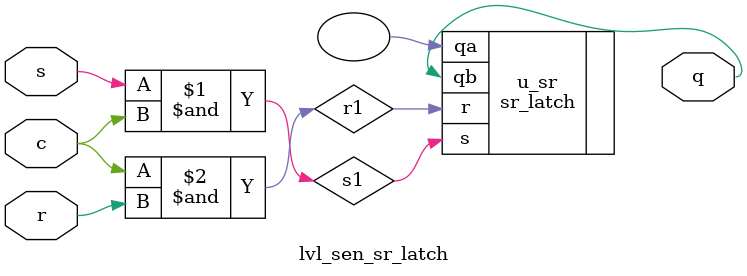
<source format=sv>
`timescale 1ns / 1ps
module lvl_sen_sr_latch (output logic q, input logic s, input logic r,
	input logic c);

	logic s1;
	logic r1;

	assign s1 = s & c;
	assign r1 = c & r;

	sr_latch u_sr(.qa(), .qb(q), .s(s1), .r(r1));





endmodule

</source>
